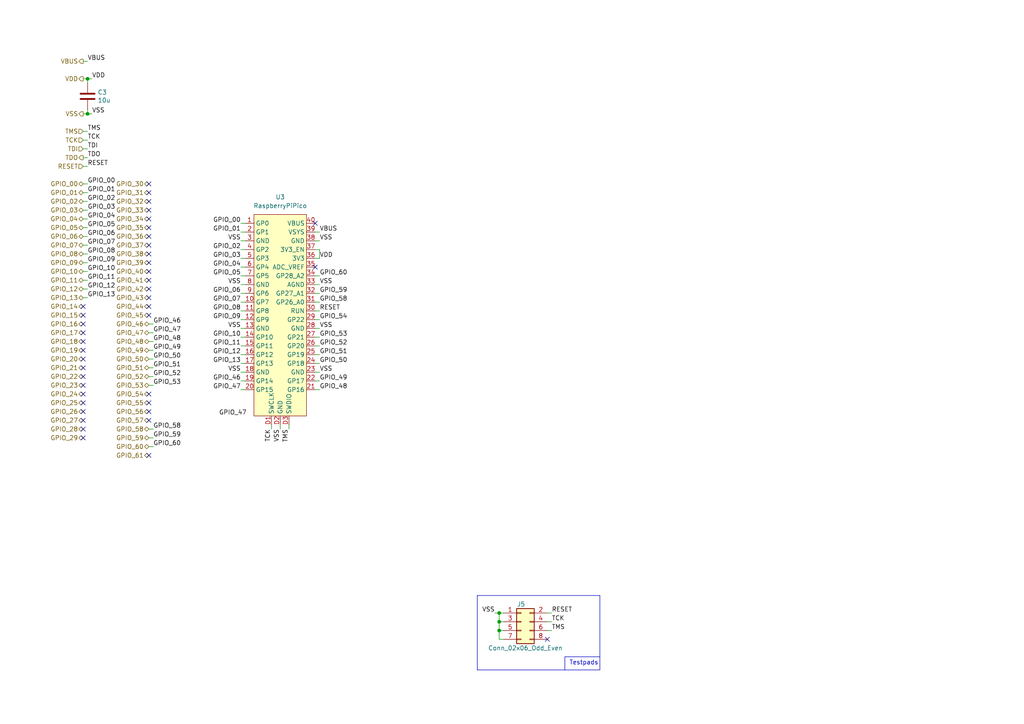
<source format=kicad_sch>
(kicad_sch (version 20230121) (generator eeschema)
  (paper "A4")
  (lib_symbols
    (symbol "Connector_Generic:Conn_02x04_Odd_Even" (pin_names (offset 1.016) hide)
      (property "Reference" "J" (at 1.27 5.08 0))
      (property "Value" "Conn_02x04_Odd_Even" (at 1.27 -7.62 0))
      (symbol "Conn_02x04_Odd_Even_1_1"
        (rectangle (start -1.27 -4.953) (end 0 -5.207) (stroke (width 0.1524)))
        (rectangle (start -1.27 -2.413) (end 0 -2.667) (stroke (width 0.1524)))
        (rectangle (start -1.27 0.127) (end 0 -0.127) (stroke (width 0.1524)))
        (rectangle (start -1.27 2.667) (end 0 2.413) (stroke (width 0.1524)))
        (rectangle (start -1.27 3.81) (end 3.81 -6.35) (stroke (width 0.254)) (fill (type background)))
        (rectangle (start 3.81 -4.953) (end 2.54 -5.207) (stroke (width 0.1524)))
        (rectangle (start 3.81 -2.413) (end 2.54 -2.667) (stroke (width 0.1524)))
        (rectangle (start 3.81 0.127) (end 2.54 -0.127) (stroke (width 0.1524)))
        (rectangle (start 3.81 2.667) (end 2.54 2.413) (stroke (width 0.1524)))
        (pin passive line (at -5.08 2.54 0) (length 3.81) (name "Pin_1") (number "1"))
        (pin passive line (at 7.62 2.54 180) (length 3.81) (name "Pin_2") (number "2"))
        (pin passive line (at -5.08 0 0) (length 3.81) (name "Pin_3") (number "3"))
        (pin passive line (at 7.62 0 180) (length 3.81) (name "Pin_4") (number "4"))
        (pin passive line (at -5.08 -2.54 0) (length 3.81) (name "Pin_5") (number "5"))
        (pin passive line (at 7.62 -2.54 180) (length 3.81) (name "Pin_6") (number "6"))
        (pin passive line (at -5.08 -5.08 0) (length 3.81) (name "Pin_7") (number "7"))
        (pin passive line (at 7.62 -5.08 180) (length 3.81) (name "Pin_8") (number "8"))
      )
    )
    (symbol "Device:C" (pin_numbers hide) (pin_names (offset 0.254))
      (property "Reference" "C" (at 0.635 2.54 0))
      (property "Value" "C" (at 0.635 -2.54 0))
      (symbol "C_0_1"
        (polyline (pts (xy -2.032 -0.762) (xy 2.032 -0.762)) (stroke (width 0.508)))
        (polyline (pts (xy -2.032 0.762) (xy 2.032 0.762)) (stroke (width 0.508)))
      )
      (symbol "C_1_1"
        (pin passive line (at 0 3.81 270) (length 2.794) (name "~") (number "1"))
        (pin passive line (at 0 -3.81 90) (length 2.794) (name "~") (number "2"))
      )
    )
    (symbol "SquantorModules:RaspberryPiPico"
      (property "Reference" "U" (at 0 27.94 0))
      (property "Value" "RaspberryPiPico" (at -16.51 -30.48 0))
      (symbol "RaspberryPiPico_0_1"
        (rectangle (start -7.62 26.67) (end 7.62 -31.75) (fill (type background)))
      )
      (symbol "RaspberryPiPico_1_1"
        (pin bidirectional line (at -10.16 24.13 0) (length 2.54) (name "GP0") (number "1"))
        (pin bidirectional line (at -10.16 1.27 0) (length 2.54) (name "GP7") (number "10"))
        (pin bidirectional line (at -10.16 -1.27 0) (length 2.54) (name "GP8") (number "11"))
        (pin bidirectional line (at -10.16 -3.81 0) (length 2.54) (name "GP9") (number "12"))
        (pin power_in line (at -10.16 -6.35 0) (length 2.54) (name "GND") (number "13"))
        (pin bidirectional line (at -10.16 -8.89 0) (length 2.54) (name "GP10") (number "14"))
        (pin bidirectional line (at -10.16 -11.43 0) (length 2.54) (name "GP11") (number "15"))
        (pin bidirectional line (at -10.16 -13.97 0) (length 2.54) (name "GP12") (number "16"))
        (pin bidirectional line (at -10.16 -16.51 0) (length 2.54) (name "GP13") (number "17"))
        (pin power_in line (at -10.16 -19.05 0) (length 2.54) (name "GND") (number "18"))
        (pin bidirectional line (at -10.16 -21.59 0) (length 2.54) (name "GP14") (number "19"))
        (pin bidirectional line (at -10.16 21.59 0) (length 2.54) (name "GP1") (number "2"))
        (pin bidirectional line (at -10.16 -24.13 0) (length 2.54) (name "GP15") (number "20"))
        (pin bidirectional line (at 10.16 -24.13 180) (length 2.54) (name "GP16") (number "21"))
        (pin bidirectional line (at 10.16 -21.59 180) (length 2.54) (name "GP17") (number "22"))
        (pin power_in line (at 10.16 -19.05 180) (length 2.54) (name "GND") (number "23"))
        (pin bidirectional line (at 10.16 -16.51 180) (length 2.54) (name "GP18") (number "24"))
        (pin bidirectional line (at 10.16 -13.97 180) (length 2.54) (name "GP19") (number "25"))
        (pin bidirectional line (at 10.16 -11.43 180) (length 2.54) (name "GP20") (number "26"))
        (pin bidirectional line (at 10.16 -8.89 180) (length 2.54) (name "GP21") (number "27"))
        (pin power_in line (at 10.16 -6.35 180) (length 2.54) (name "GND") (number "28"))
        (pin bidirectional line (at 10.16 -3.81 180) (length 2.54) (name "GP22") (number "29"))
        (pin power_in line (at -10.16 19.05 0) (length 2.54) (name "GND") (number "3"))
        (pin input line (at 10.16 -1.27 180) (length 2.54) (name "RUN") (number "30"))
        (pin bidirectional line (at 10.16 1.27 180) (length 2.54) (name "GP26_A0") (number "31"))
        (pin bidirectional line (at 10.16 3.81 180) (length 2.54) (name "GP27_A1") (number "32"))
        (pin power_in line (at 10.16 6.35 180) (length 2.54) (name "AGND") (number "33"))
        (pin bidirectional line (at 10.16 8.89 180) (length 2.54) (name "GP28_A2") (number "34"))
        (pin power_out line (at 10.16 11.43 180) (length 2.54) (name "ADC_VREF") (number "35"))
        (pin power_out line (at 10.16 13.97 180) (length 2.54) (name "3V3") (number "36"))
        (pin input line (at 10.16 16.51 180) (length 2.54) (name "3V3_EN") (number "37"))
        (pin power_out line (at 10.16 19.05 180) (length 2.54) (name "GND") (number "38"))
        (pin power_out line (at 10.16 21.59 180) (length 2.54) (name "VSYS") (number "39"))
        (pin bidirectional line (at -10.16 16.51 0) (length 2.54) (name "GP2") (number "4"))
        (pin power_out line (at 10.16 24.13 180) (length 2.54) (name "VBUS") (number "40"))
        (pin bidirectional line (at -10.16 13.97 0) (length 2.54) (name "GP3") (number "5"))
        (pin bidirectional line (at -10.16 11.43 0) (length 2.54) (name "GP4") (number "6"))
        (pin bidirectional line (at -10.16 8.89 0) (length 2.54) (name "GP5") (number "7"))
        (pin power_in line (at -10.16 6.35 0) (length 2.54) (name "GND") (number "8"))
        (pin bidirectional line (at -10.16 3.81 0) (length 2.54) (name "GP6") (number "9"))
        (pin input line (at -2.54 -34.29 90) (length 2.54) (name "SWCLK") (number "D1"))
        (pin power_in line (at 0 -34.29 90) (length 2.54) (name "GND") (number "D2"))
        (pin bidirectional line (at 2.54 -34.29 90) (length 2.54) (name "SWDIO") (number "D3"))
      )
    )
  )
  (junction (at 144.78 177.8))
  (junction (at 144.78 180.34))
  (junction (at 144.78 182.88))
  (junction (at 25.4 33.02))
  (junction (at 25.4 22.86))
  (no_connect (at 24.13 109.22))
  (no_connect (at 43.18 91.44))
  (no_connect (at 43.18 121.92))
  (no_connect (at 24.13 96.52))
  (no_connect (at 43.18 73.66))
  (no_connect (at 24.13 119.38))
  (no_connect (at 43.18 114.3))
  (no_connect (at 24.13 111.76))
  (no_connect (at 24.13 91.44))
  (no_connect (at 24.13 114.3))
  (no_connect (at 43.18 81.28))
  (no_connect (at 43.18 60.96))
  (no_connect (at 24.13 121.92))
  (no_connect (at 43.18 132.08))
  (no_connect (at 43.18 86.36))
  (no_connect (at 43.18 55.88))
  (no_connect (at 24.13 104.14))
  (no_connect (at 24.13 93.98))
  (no_connect (at 43.18 58.42))
  (no_connect (at 24.13 116.84))
  (no_connect (at 43.18 66.04))
  (no_connect (at 24.13 106.68))
  (no_connect (at 43.18 71.12))
  (no_connect (at 43.18 116.84))
  (no_connect (at 24.13 101.6))
  (no_connect (at 24.13 124.46))
  (no_connect (at 24.13 88.9))
  (no_connect (at 24.13 127))
  (no_connect (at 43.18 76.2))
  (no_connect (at 43.18 68.58))
  (no_connect (at 91.44 77.47))
  (no_connect (at 43.18 83.82))
  (no_connect (at 43.18 63.5))
  (no_connect (at 43.18 88.9))
  (no_connect (at 43.18 53.34))
  (no_connect (at 158.75 185.42))
  (no_connect (at 24.13 99.06))
  (no_connect (at 91.44 64.77))
  (no_connect (at 43.18 119.38))
  (no_connect (at 43.18 78.74))
  (wire (pts (xy 91.44 113.03) (xy 92.71 113.03)))
  (wire (pts (xy 69.85 95.25) (xy 71.12 95.25)))
  (wire (pts (xy 81.28 123.19) (xy 81.28 124.46)))
  (wire (pts (xy 24.13 73.66) (xy 25.4 73.66)))
  (wire (pts (xy 69.85 90.17) (xy 71.12 90.17)))
  (wire (pts (xy 69.85 77.47) (xy 71.12 77.47)))
  (wire (pts (xy 144.78 177.8) (xy 144.78 180.34)))
  (wire (pts (xy 24.13 53.34) (xy 25.4 53.34)))
  (wire (pts (xy 158.75 182.88) (xy 160.02 182.88)))
  (wire (pts (xy 91.44 102.87) (xy 92.71 102.87)))
  (wire (pts (xy 69.85 110.49) (xy 71.12 110.49)))
  (wire (pts (xy 24.13 66.04) (xy 25.4 66.04)))
  (wire (pts (xy 69.85 74.93) (xy 71.12 74.93)))
  (wire (pts (xy 24.13 17.78) (xy 25.4 17.78)))
  (wire (pts (xy 69.85 92.71) (xy 71.12 92.71)))
  (polyline (pts (xy 138.43 194.31) (xy 173.99 194.31)))
  (wire (pts (xy 69.85 87.63) (xy 71.12 87.63)))
  (wire (pts (xy 91.44 74.93) (xy 92.71 74.93)))
  (wire (pts (xy 24.13 81.28) (xy 25.4 81.28)))
  (wire (pts (xy 69.85 69.85) (xy 71.12 69.85)))
  (wire (pts (xy 91.44 67.31) (xy 92.71 67.31)))
  (wire (pts (xy 26.67 33.02) (xy 25.4 33.02)))
  (wire (pts (xy 144.78 177.8) (xy 146.05 177.8)))
  (wire (pts (xy 43.18 111.76) (xy 44.45 111.76)))
  (wire (pts (xy 91.44 85.09) (xy 92.71 85.09)))
  (wire (pts (xy 91.44 82.55) (xy 92.71 82.55)))
  (wire (pts (xy 144.78 182.88) (xy 144.78 185.42)))
  (wire (pts (xy 24.13 60.96) (xy 25.4 60.96)))
  (wire (pts (xy 91.44 87.63) (xy 92.71 87.63)))
  (wire (pts (xy 24.13 63.5) (xy 25.4 63.5)))
  (wire (pts (xy 24.13 33.02) (xy 25.4 33.02)))
  (wire (pts (xy 158.75 180.34) (xy 160.02 180.34)))
  (wire (pts (xy 24.13 71.12) (xy 25.4 71.12)))
  (wire (pts (xy 69.85 67.31) (xy 71.12 67.31)))
  (wire (pts (xy 43.18 96.52) (xy 44.45 96.52)))
  (wire (pts (xy 43.18 104.14) (xy 44.45 104.14)))
  (wire (pts (xy 69.85 64.77) (xy 71.12 64.77)))
  (wire (pts (xy 69.85 80.01) (xy 71.12 80.01)))
  (wire (pts (xy 69.85 107.95) (xy 71.12 107.95)))
  (wire (pts (xy 24.13 43.18) (xy 25.4 43.18)))
  (wire (pts (xy 25.4 33.02) (xy 25.4 31.75)))
  (wire (pts (xy 91.44 100.33) (xy 92.71 100.33)))
  (wire (pts (xy 144.78 180.34) (xy 144.78 182.88)))
  (wire (pts (xy 24.13 68.58) (xy 25.4 68.58)))
  (wire (pts (xy 158.75 177.8) (xy 160.02 177.8)))
  (wire (pts (xy 43.18 109.22) (xy 44.45 109.22)))
  (wire (pts (xy 91.44 105.41) (xy 92.71 105.41)))
  (wire (pts (xy 43.18 101.6) (xy 44.45 101.6)))
  (wire (pts (xy 24.13 78.74) (xy 25.4 78.74)))
  (polyline (pts (xy 173.99 193.04) (xy 173.99 172.72)))
  (wire (pts (xy 69.85 105.41) (xy 71.12 105.41)))
  (polyline (pts (xy 173.99 193.04) (xy 173.99 194.31)))
  (wire (pts (xy 25.4 40.64) (xy 24.13 40.64)))
  (wire (pts (xy 69.85 100.33) (xy 71.12 100.33)))
  (wire (pts (xy 78.74 123.19) (xy 78.74 124.46)))
  (wire (pts (xy 143.51 177.8) (xy 144.78 177.8)))
  (wire (pts (xy 69.85 72.39) (xy 71.12 72.39)))
  (wire (pts (xy 69.85 97.79) (xy 71.12 97.79)))
  (wire (pts (xy 91.44 69.85) (xy 92.71 69.85)))
  (wire (pts (xy 91.44 95.25) (xy 92.71 95.25)))
  (wire (pts (xy 43.18 106.68) (xy 44.45 106.68)))
  (wire (pts (xy 24.13 76.2) (xy 25.4 76.2)))
  (wire (pts (xy 144.78 182.88) (xy 146.05 182.88)))
  (wire (pts (xy 91.44 90.17) (xy 92.71 90.17)))
  (wire (pts (xy 24.13 83.82) (xy 25.4 83.82)))
  (wire (pts (xy 91.44 72.39) (xy 92.71 72.39)))
  (wire (pts (xy 83.82 123.19) (xy 83.82 124.46)))
  (wire (pts (xy 24.13 55.88) (xy 25.4 55.88)))
  (wire (pts (xy 24.13 48.26) (xy 25.4 48.26)))
  (wire (pts (xy 25.4 45.72) (xy 24.13 45.72)))
  (wire (pts (xy 24.13 38.1) (xy 25.4 38.1)))
  (wire (pts (xy 91.44 107.95) (xy 92.71 107.95)))
  (wire (pts (xy 69.85 113.03) (xy 71.12 113.03)))
  (wire (pts (xy 24.13 86.36) (xy 25.4 86.36)))
  (wire (pts (xy 43.18 93.98) (xy 44.45 93.98)))
  (wire (pts (xy 43.18 129.54) (xy 44.45 129.54)))
  (wire (pts (xy 26.67 22.86) (xy 25.4 22.86)))
  (wire (pts (xy 24.13 22.86) (xy 25.4 22.86)))
  (wire (pts (xy 69.85 102.87) (xy 71.12 102.87)))
  (polyline (pts (xy 138.43 172.72) (xy 138.43 194.31)))
  (wire (pts (xy 91.44 92.71) (xy 92.71 92.71)))
  (wire (pts (xy 25.4 22.86) (xy 25.4 24.13)))
  (polyline (pts (xy 173.99 172.72) (xy 138.43 172.72)))
  (wire (pts (xy 43.18 124.46) (xy 44.45 124.46)))
  (polyline (pts (xy 163.83 190.5) (xy 163.83 194.31)))
  (wire (pts (xy 91.44 80.01) (xy 92.71 80.01)))
  (wire (pts (xy 43.18 127) (xy 44.45 127)))
  (wire (pts (xy 91.44 97.79) (xy 92.71 97.79)))
  (wire (pts (xy 69.85 82.55) (xy 71.12 82.55)))
  (wire (pts (xy 69.85 85.09) (xy 71.12 85.09)))
  (wire (pts (xy 92.71 72.39) (xy 92.71 74.93)))
  (polyline (pts (xy 173.99 190.5) (xy 163.83 190.5)))
  (wire (pts (xy 144.78 180.34) (xy 146.05 180.34)))
  (wire (pts (xy 144.78 185.42) (xy 146.05 185.42)))
  (wire (pts (xy 24.13 58.42) (xy 25.4 58.42)))
  (wire (pts (xy 43.18 99.06) (xy 44.45 99.06)))
  (wire (pts (xy 91.44 110.49) (xy 92.71 110.49)))
  (text "Testpads" (at 165.1 193.04 0) (effects (font (size 1.27 1.27)) (justify left bottom)))
  (label "VBUS" (at 25.4 17.78 0))
  (label "VSS" (at 26.67 33.02 0))
  (label "GPIO_11" (at 25.4 81.28 0))
  (label "GPIO_53" (at 44.45 111.76 0))
  (label "GPIO_08" (at 69.85 90.17 180))
  (label "RESET" (at 160.02 177.8 0))
  (label "GPIO_03" (at 25.4 60.96 0))
  (label "GPIO_01" (at 25.4 55.88 0))
  (label "VBUS" (at 92.71 67.31 0))
  (label "VSS" (at 143.51 177.8 180))
  (label "GPIO_01" (at 69.85 67.31 180))
  (label "GPIO_46" (at 44.45 93.98 0))
  (label "TCK" (at 78.74 124.46 270))
  (label "VSS" (at 92.71 107.95 0))
  (label "TCK" (at 25.4 40.64 0))
  (label "VSS" (at 92.71 69.85 0))
  (label "GPIO_59" (at 44.45 127 0))
  (label "VSS" (at 81.28 124.46 270))
  (label "GPIO_60" (at 92.71 80.01 0))
  (label "GPIO_60" (at 44.45 129.54 0))
  (label "GPIO_02" (at 25.4 58.42 0))
  (label "GPIO_59" (at 92.71 85.09 0))
  (label "VSS" (at 92.71 82.55 0))
  (label "GPIO_07" (at 25.4 71.12 0))
  (label "GPIO_52" (at 44.45 109.22 0))
  (label "GPIO_50" (at 92.71 105.41 0))
  (label "GPIO_50" (at 44.45 104.14 0))
  (label "GPIO_47" (at 44.45 96.52 0))
  (label "TMS" (at 83.82 124.46 270))
  (label "GPIO_47" (at 63.5 120.65 0))
  (label "RESET" (at 92.71 90.17 0))
  (label "GPIO_58" (at 92.71 87.63 0))
  (label "GPIO_13" (at 69.85 105.41 180))
  (label "GPIO_52" (at 92.71 100.33 0))
  (label "GPIO_06" (at 25.4 68.58 0))
  (label "GPIO_05" (at 69.85 80.01 180))
  (label "GPIO_11" (at 69.85 100.33 180))
  (label "TDO" (at 25.4 45.72 0))
  (label "GPIO_51" (at 44.45 106.68 0))
  (label "GPIO_10" (at 25.4 78.74 0))
  (label "GPIO_09" (at 69.85 92.71 180))
  (label "VDD" (at 92.71 74.93 0))
  (label "GPIO_13" (at 25.4 86.36 0))
  (label "GPIO_58" (at 44.45 124.46 0))
  (label "VSS" (at 69.85 95.25 180))
  (label "GPIO_12" (at 25.4 83.82 0))
  (label "GPIO_02" (at 69.85 72.39 180))
  (label "GPIO_04" (at 25.4 63.5 0))
  (label "GPIO_47" (at 69.85 113.03 180))
  (label "GPIO_48" (at 44.45 99.06 0))
  (label "VSS" (at 69.85 107.95 180))
  (label "TDI" (at 25.4 43.18 0))
  (label "GPIO_04" (at 69.85 77.47 180))
  (label "GPIO_51" (at 92.71 102.87 0))
  (label "TMS" (at 160.02 182.88 0))
  (label "GPIO_10" (at 69.85 97.79 180))
  (label "GPIO_00" (at 69.85 64.77 180))
  (label "GPIO_03" (at 69.85 74.93 180))
  (label "GPIO_54" (at 92.71 92.71 0))
  (label "GPIO_05" (at 25.4 66.04 0))
  (label "GPIO_06" (at 69.85 85.09 180))
  (label "GPIO_49" (at 44.45 101.6 0))
  (label "VSS" (at 69.85 82.55 180))
  (label "GPIO_12" (at 69.85 102.87 180))
  (label "VSS" (at 69.85 69.85 180))
  (label "GPIO_48" (at 92.71 113.03 0))
  (label "GPIO_00" (at 25.4 53.34 0))
  (label "GPIO_08" (at 25.4 73.66 0))
  (label "TCK" (at 160.02 180.34 0))
  (label "GPIO_53" (at 92.71 97.79 0))
  (label "VSS" (at 92.71 95.25 0))
  (label "RESET" (at 25.4 48.26 0))
  (label "GPIO_09" (at 25.4 76.2 0))
  (label "GPIO_49" (at 92.71 110.49 0))
  (label "GPIO_46" (at 69.85 110.49 180))
  (label "TMS" (at 25.4 38.1 0))
  (label "VDD" (at 26.67 22.86 0))
  (label "GPIO_07" (at 69.85 87.63 180))
  (hierarchical_label "GPIO_30" (shape bidirectional) (at 43.18 53.34 180))
  (hierarchical_label "GPIO_12" (shape bidirectional) (at 24.13 83.82 180))
  (hierarchical_label "GPIO_15" (shape bidirectional) (at 24.13 91.44 180))
  (hierarchical_label "GPIO_39" (shape bidirectional) (at 43.18 76.2 180))
  (hierarchical_label "GPIO_21" (shape bidirectional) (at 24.13 106.68 180))
  (hierarchical_label "GPIO_40" (shape bidirectional) (at 43.18 78.74 180))
  (hierarchical_label "VSS" (shape output) (at 24.13 33.02 180))
  (hierarchical_label "GPIO_02" (shape bidirectional) (at 24.13 58.42 180))
  (hierarchical_label "TDI" (shape input) (at 24.13 43.18 180))
  (hierarchical_label "GPIO_35" (shape bidirectional) (at 43.18 66.04 180))
  (hierarchical_label "GPIO_03" (shape bidirectional) (at 24.13 60.96 180))
  (hierarchical_label "GPIO_20" (shape bidirectional) (at 24.13 104.14 180))
  (hierarchical_label "GPIO_17" (shape bidirectional) (at 24.13 96.52 180))
  (hierarchical_label "GPIO_32" (shape bidirectional) (at 43.18 58.42 180))
  (hierarchical_label "GPIO_60" (shape bidirectional) (at 43.18 129.54 180))
  (hierarchical_label "GPIO_05" (shape bidirectional) (at 24.13 66.04 180))
  (hierarchical_label "GPIO_48" (shape bidirectional) (at 43.18 99.06 180))
  (hierarchical_label "GPIO_11" (shape bidirectional) (at 24.13 81.28 180))
  (hierarchical_label "GPIO_06" (shape bidirectional) (at 24.13 68.58 180))
  (hierarchical_label "GPIO_23" (shape bidirectional) (at 24.13 111.76 180))
  (hierarchical_label "GPIO_34" (shape bidirectional) (at 43.18 63.5 180))
  (hierarchical_label "GPIO_27" (shape bidirectional) (at 24.13 121.92 180))
  (hierarchical_label "GPIO_22" (shape bidirectional) (at 24.13 109.22 180))
  (hierarchical_label "TCK" (shape input) (at 24.13 40.64 180))
  (hierarchical_label "GPIO_38" (shape bidirectional) (at 43.18 73.66 180))
  (hierarchical_label "GPIO_13" (shape bidirectional) (at 24.13 86.36 180))
  (hierarchical_label "GPIO_42" (shape bidirectional) (at 43.18 83.82 180))
  (hierarchical_label "VBUS" (shape output) (at 24.13 17.78 180))
  (hierarchical_label "GPIO_24" (shape bidirectional) (at 24.13 114.3 180))
  (hierarchical_label "GPIO_61" (shape bidirectional) (at 43.18 132.08 180))
  (hierarchical_label "TMS" (shape input) (at 24.13 38.1 180))
  (hierarchical_label "GPIO_43" (shape bidirectional) (at 43.18 86.36 180))
  (hierarchical_label "GPIO_10" (shape bidirectional) (at 24.13 78.74 180))
  (hierarchical_label "GPIO_00" (shape bidirectional) (at 24.13 53.34 180))
  (hierarchical_label "GPIO_37" (shape bidirectional) (at 43.18 71.12 180))
  (hierarchical_label "GPIO_55" (shape bidirectional) (at 43.18 116.84 180))
  (hierarchical_label "GPIO_41" (shape bidirectional) (at 43.18 81.28 180))
  (hierarchical_label "GPIO_25" (shape bidirectional) (at 24.13 116.84 180))
  (hierarchical_label "GPIO_04" (shape bidirectional) (at 24.13 63.5 180))
  (hierarchical_label "GPIO_47" (shape bidirectional) (at 43.18 96.52 180))
  (hierarchical_label "GPIO_45" (shape bidirectional) (at 43.18 91.44 180))
  (hierarchical_label "GPIO_46" (shape bidirectional) (at 43.18 93.98 180))
  (hierarchical_label "GPIO_19" (shape bidirectional) (at 24.13 101.6 180))
  (hierarchical_label "GPIO_36" (shape bidirectional) (at 43.18 68.58 180))
  (hierarchical_label "GPIO_14" (shape bidirectional) (at 24.13 88.9 180))
  (hierarchical_label "GPIO_07" (shape bidirectional) (at 24.13 71.12 180))
  (hierarchical_label "GPIO_51" (shape bidirectional) (at 43.18 106.68 180))
  (hierarchical_label "GPIO_52" (shape bidirectional) (at 43.18 109.22 180))
  (hierarchical_label "GPIO_49" (shape bidirectional) (at 43.18 101.6 180))
  (hierarchical_label "VDD" (shape output) (at 24.13 22.86 180))
  (hierarchical_label "GPIO_26" (shape bidirectional) (at 24.13 119.38 180))
  (hierarchical_label "RESET" (shape input) (at 24.13 48.26 180))
  (hierarchical_label "GPIO_44" (shape bidirectional) (at 43.18 88.9 180))
  (hierarchical_label "GPIO_01" (shape bidirectional) (at 24.13 55.88 180))
  (hierarchical_label "GPIO_28" (shape bidirectional) (at 24.13 124.46 180))
  (hierarchical_label "GPIO_53" (shape bidirectional) (at 43.18 111.76 180))
  (hierarchical_label "GPIO_33" (shape bidirectional) (at 43.18 60.96 180))
  (hierarchical_label "GPIO_16" (shape bidirectional) (at 24.13 93.98 180))
  (hierarchical_label "GPIO_50" (shape bidirectional) (at 43.18 104.14 180))
  (hierarchical_label "GPIO_56" (shape bidirectional) (at 43.18 119.38 180))
  (hierarchical_label "GPIO_58" (shape bidirectional) (at 43.18 124.46 180))
  (hierarchical_label "GPIO_18" (shape bidirectional) (at 24.13 99.06 180))
  (hierarchical_label "GPIO_59" (shape bidirectional) (at 43.18 127 180))
  (hierarchical_label "GPIO_31" (shape bidirectional) (at 43.18 55.88 180))
  (hierarchical_label "GPIO_54" (shape bidirectional) (at 43.18 114.3 180))
  (hierarchical_label "GPIO_29" (shape bidirectional) (at 24.13 127 180))
  (hierarchical_label "TDO" (shape output) (at 24.13 45.72 180))
  (hierarchical_label "GPIO_09" (shape bidirectional) (at 24.13 76.2 180))
  (hierarchical_label "GPIO_08" (shape bidirectional) (at 24.13 73.66 180))
  (hierarchical_label "GPIO_57" (shape bidirectional) (at 43.18 121.92 180))
  (symbol (lib_id "Device:C") (at 25.4 27.94 0) (unit 1)
    (property "Reference" "C3" (at 28.321 26.7716 0) (effects (justify left)))
    (property "Value" "10u" (at 28.321 29.083 0) (effects (justify left)))
    (property "Footprint" "SquantorCapacitor:C_0603" (effects hide))
  )
  (symbol (lib_id "Connector_Generic:Conn_02x04_Odd_Even") (at 151.13 180.34 0) (unit 1)
    (property "Reference" "J5" (at 151.13 175.26 0))
    (property "Value" "Conn_02x06_Odd_Even" (at 152.4 187.96 0))
    (property "Footprint" "SquantorConnectors:Header-0127-2X04-H006" (effects hide))
  )
  (symbol (lib_id "SquantorModules:RaspberryPiPico") (at 81.28 88.9 0) (unit 1)
    (property "Reference" "U3" (at 81.28 57.15 0))
    (property "Value" "RaspberryPiPico" (at 81.28 59.69 0))
    (property "Footprint" "Module_RaspberryPi_Pico:RaspberryPi_Pico_Original_SMD" (effects hide))
  )
)
</source>
